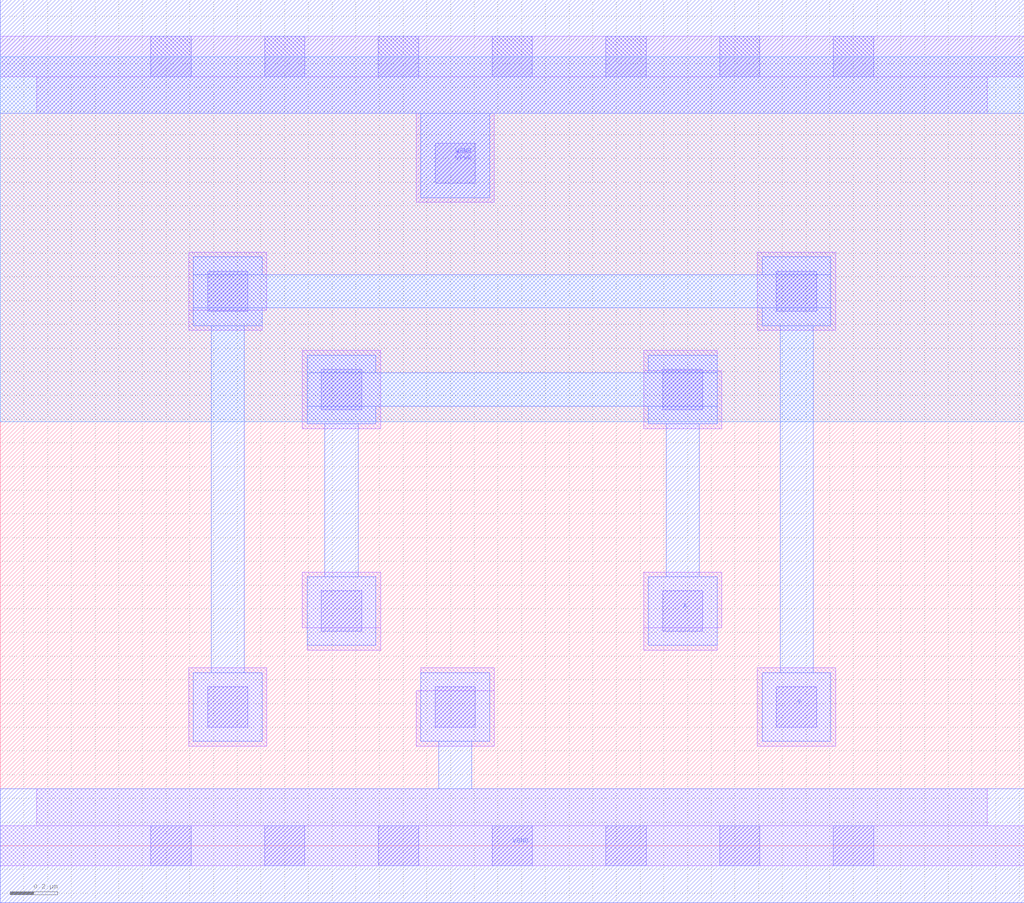
<source format=lef>
VERSION 5.7 ;
  NOWIREEXTENSIONATPIN ON ;
  DIVIDERCHAR "/" ;
  BUSBITCHARS "[]" ;
MACRO INVX4
  CLASS CORE ;
  FOREIGN INVX4 ;
  ORIGIN 0.000 0.000 ;
  SIZE 4.320 BY 3.330 ;
  SYMMETRY X Y ;
  SITE unit ;
  PIN A
    ANTENNAGATEAREA 0.378000 ;
    PORT
      LAYER met1 ;
        RECT 1.295 1.995 1.585 2.070 ;
        RECT 2.735 1.995 3.025 2.070 ;
        RECT 1.295 1.855 3.025 1.995 ;
        RECT 1.295 1.780 1.585 1.855 ;
        RECT 2.735 1.780 3.025 1.855 ;
        RECT 1.370 1.135 1.510 1.780 ;
        RECT 2.810 1.135 2.950 1.780 ;
        RECT 1.295 0.845 1.585 1.135 ;
        RECT 2.735 0.845 3.025 1.135 ;
    END
  END A
  PIN VGND
    ANTENNADIFFAREA 0.562100 ;
    PORT
      LAYER met1 ;
        RECT 1.775 0.440 2.065 0.730 ;
        RECT 1.850 0.240 1.990 0.440 ;
        RECT 0.000 -0.240 4.320 0.240 ;
    END
    PORT
      LAYER met1 ;
        RECT 0.000 3.090 4.320 3.570 ;
        RECT 1.775 2.735 2.065 3.090 ;
    END
  END VGND
  PIN VPWR
    ANTENNADIFFAREA 1.083600 ;
    PORT
      LAYER li1 ;
        RECT 0.000 3.245 4.320 3.415 ;
        RECT 0.155 3.090 4.165 3.245 ;
        RECT 1.755 2.715 2.085 3.090 ;
      LAYER mcon ;
        RECT 0.635 3.245 0.805 3.415 ;
        RECT 1.115 3.245 1.285 3.415 ;
        RECT 1.595 3.245 1.765 3.415 ;
        RECT 2.075 3.245 2.245 3.415 ;
        RECT 2.555 3.245 2.725 3.415 ;
        RECT 3.035 3.245 3.205 3.415 ;
        RECT 3.515 3.245 3.685 3.415 ;
        RECT 1.835 2.795 2.005 2.965 ;
    END
  END VPWR
  PIN Y
    ANTENNADIFFAREA 2.063300 ;
    PORT
      LAYER met1 ;
        RECT 0.815 2.410 1.105 2.485 ;
        RECT 3.215 2.410 3.505 2.485 ;
        RECT 0.815 2.270 3.505 2.410 ;
        RECT 0.815 2.195 1.105 2.270 ;
        RECT 3.215 2.195 3.505 2.270 ;
        RECT 0.890 0.730 1.030 2.195 ;
        RECT 3.290 0.730 3.430 2.195 ;
        RECT 0.815 0.440 1.105 0.730 ;
        RECT 3.215 0.440 3.505 0.730 ;
    END
  END Y
  OBS
      LAYER nwell ;
        RECT 0.000 1.790 4.320 3.330 ;
      LAYER li1 ;
        RECT 0.795 2.260 1.125 2.505 ;
        RECT 0.795 2.175 1.105 2.260 ;
        RECT 3.195 2.175 3.525 2.505 ;
        RECT 1.275 1.760 1.605 2.090 ;
        RECT 2.715 2.005 3.025 2.090 ;
        RECT 2.715 1.760 3.045 2.005 ;
        RECT 1.275 0.920 1.605 1.155 ;
        RECT 1.295 0.825 1.605 0.920 ;
        RECT 2.715 0.920 3.045 1.155 ;
        RECT 2.715 0.825 3.025 0.920 ;
        RECT 0.795 0.420 1.125 0.750 ;
        RECT 1.775 0.655 2.085 0.750 ;
        RECT 1.755 0.420 2.085 0.655 ;
        RECT 3.195 0.420 3.525 0.750 ;
        RECT 0.155 0.085 4.165 0.240 ;
        RECT 0.000 -0.085 4.320 0.085 ;
      LAYER mcon ;
        RECT 0.875 2.255 1.045 2.425 ;
        RECT 3.275 2.255 3.445 2.425 ;
        RECT 1.355 1.840 1.525 2.010 ;
        RECT 2.795 1.840 2.965 2.010 ;
        RECT 1.355 0.905 1.525 1.075 ;
        RECT 2.795 0.905 2.965 1.075 ;
        RECT 0.875 0.500 1.045 0.670 ;
        RECT 1.835 0.500 2.005 0.670 ;
        RECT 3.275 0.500 3.445 0.670 ;
        RECT 0.635 -0.085 0.805 0.085 ;
        RECT 1.115 -0.085 1.285 0.085 ;
        RECT 1.595 -0.085 1.765 0.085 ;
        RECT 2.075 -0.085 2.245 0.085 ;
        RECT 2.555 -0.085 2.725 0.085 ;
        RECT 3.035 -0.085 3.205 0.085 ;
        RECT 3.515 -0.085 3.685 0.085 ;
  END
END INVX4
END LIBRARY


</source>
